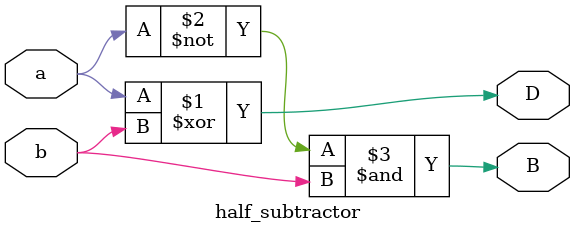
<source format=v>
module half_subtractor(input a,b,output B,D);
  assign D= a^b;
  assign B= ~a&b;
endmodule

</source>
